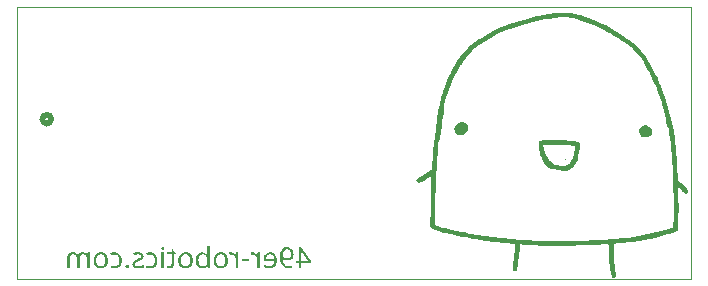
<source format=gbr>
%TF.GenerationSoftware,KiCad,Pcbnew,9.0.7*%
%TF.CreationDate,2026-01-25T21:44:07-05:00*%
%TF.ProjectId,advanced_soldering_practice,61647661-6e63-4656-945f-736f6c646572,rev?*%
%TF.SameCoordinates,Original*%
%TF.FileFunction,Legend,Bot*%
%TF.FilePolarity,Positive*%
%FSLAX46Y46*%
G04 Gerber Fmt 4.6, Leading zero omitted, Abs format (unit mm)*
G04 Created by KiCad (PCBNEW 9.0.7) date 2026-01-25 21:44:07*
%MOMM*%
%LPD*%
G01*
G04 APERTURE LIST*
%ADD10C,0.100000*%
%ADD11C,0.218750*%
%ADD12C,0.508000*%
%ADD13C,0.000000*%
G04 APERTURE END LIST*
D10*
X69000000Y-75000000D02*
X126000000Y-75000000D01*
X126000000Y-98000000D01*
X69000000Y-98000000D01*
X69000000Y-75000000D01*
D11*
G36*
X93848602Y-96521844D02*
G01*
X93848602Y-96705636D01*
X93010635Y-96705636D01*
X93010635Y-97102501D01*
X92802372Y-97102501D01*
X92802372Y-96705636D01*
X92547627Y-96705636D01*
X92547627Y-96512013D01*
X92802372Y-96512013D01*
X92802372Y-95573708D01*
X92998346Y-95573708D01*
X93005720Y-95744037D01*
X93010635Y-95960848D01*
X93010635Y-96512013D01*
X93637881Y-96512013D01*
X93113538Y-95764767D01*
X93057224Y-95674153D01*
X93008177Y-95573708D01*
X92998346Y-95573708D01*
X92802372Y-95573708D01*
X92802372Y-95343433D01*
X93025381Y-95343433D01*
X93848602Y-96521844D01*
G37*
G36*
X91929486Y-95337054D02*
G01*
X92026759Y-95361047D01*
X92112722Y-95399746D01*
X92189619Y-95453695D01*
X92254254Y-95520992D01*
X92307521Y-95603094D01*
X92345273Y-95693785D01*
X92368962Y-95798278D01*
X92377298Y-95919174D01*
X92367591Y-96044831D01*
X92340365Y-96149474D01*
X92297392Y-96236885D01*
X92238919Y-96309948D01*
X92165643Y-96369576D01*
X92082013Y-96412453D01*
X91986028Y-96439026D01*
X91874967Y-96448327D01*
X91770177Y-96440924D01*
X91684370Y-96420371D01*
X91614131Y-96388380D01*
X91522679Y-96320935D01*
X91458548Y-96244979D01*
X91443802Y-96244979D01*
X91454992Y-96384972D01*
X91478103Y-96515753D01*
X91517371Y-96637996D01*
X91573632Y-96741113D01*
X91622333Y-96800701D01*
X91681189Y-96851601D01*
X91751334Y-96894238D01*
X91827715Y-96924189D01*
X91920894Y-96943561D01*
X92034289Y-96950551D01*
X92150552Y-96942234D01*
X92249818Y-96918708D01*
X92249818Y-97102501D01*
X92143283Y-97120880D01*
X92029374Y-97126971D01*
X91866163Y-97116038D01*
X91732746Y-97085752D01*
X91623855Y-97038814D01*
X91525397Y-96972510D01*
X91444274Y-96893974D01*
X91378833Y-96802341D01*
X91327360Y-96700922D01*
X91287302Y-96591023D01*
X91258834Y-96471621D01*
X91234024Y-96287942D01*
X91225708Y-96100403D01*
X91233712Y-95958391D01*
X91443802Y-95958391D01*
X91455409Y-96034444D01*
X91491567Y-96110233D01*
X91547905Y-96176459D01*
X91625137Y-96231515D01*
X91684026Y-96257453D01*
X91751265Y-96273619D01*
X91828484Y-96279280D01*
X91938589Y-96267189D01*
X92020834Y-96234289D01*
X92082054Y-96182575D01*
X92125992Y-96113606D01*
X92153983Y-96026617D01*
X92164120Y-95916717D01*
X92156983Y-95812671D01*
X92137379Y-95729406D01*
X92107255Y-95663037D01*
X92067415Y-95610467D01*
X91997414Y-95555052D01*
X91915675Y-95521651D01*
X91818654Y-95510022D01*
X91737841Y-95518098D01*
X91669298Y-95541139D01*
X91610498Y-95578624D01*
X91537784Y-95655505D01*
X91485476Y-95750128D01*
X91454088Y-95854307D01*
X91443802Y-95958391D01*
X91233712Y-95958391D01*
X91235503Y-95926622D01*
X91262560Y-95784237D01*
X91304141Y-95668062D01*
X91364683Y-95561150D01*
X91435642Y-95477253D01*
X91517319Y-95413210D01*
X91610224Y-95366433D01*
X91710044Y-95338276D01*
X91818654Y-95328687D01*
X91929486Y-95337054D01*
G37*
G36*
X90497634Y-95774435D02*
G01*
X90598549Y-95802400D01*
X90689183Y-95848115D01*
X90769061Y-95910615D01*
X90836647Y-95989121D01*
X90892530Y-96085763D01*
X90931427Y-96191018D01*
X90956054Y-96313328D01*
X90964765Y-96455700D01*
X90955121Y-96599351D01*
X90927969Y-96721084D01*
X90885157Y-96824461D01*
X90824239Y-96917565D01*
X90750305Y-96992486D01*
X90662255Y-97051103D01*
X90564066Y-97092554D01*
X90454914Y-97118115D01*
X90332711Y-97126971D01*
X90202506Y-97121343D01*
X90099871Y-97106134D01*
X90002386Y-97079918D01*
X89901439Y-97041272D01*
X89901439Y-96852564D01*
X90004310Y-96891988D01*
X90101153Y-96919990D01*
X90201627Y-96937107D01*
X90322880Y-96943285D01*
X90419859Y-96935252D01*
X90501239Y-96912600D01*
X90569899Y-96876535D01*
X90627954Y-96826918D01*
X90673559Y-96766126D01*
X90708365Y-96691325D01*
X90731713Y-96599657D01*
X90741863Y-96487543D01*
X89842668Y-96487543D01*
X89842668Y-96357712D01*
X89845393Y-96316039D01*
X90068028Y-96316039D01*
X90736948Y-96316039D01*
X90715983Y-96201752D01*
X90679938Y-96111437D01*
X90630305Y-96040456D01*
X90564835Y-95986124D01*
X90485023Y-95952927D01*
X90386566Y-95941187D01*
X90305574Y-95948541D01*
X90240589Y-95968957D01*
X90188301Y-96001124D01*
X90146460Y-96045372D01*
X90105374Y-96118360D01*
X90078708Y-96207322D01*
X90068028Y-96316039D01*
X89845393Y-96316039D01*
X89850373Y-96239894D01*
X89872394Y-96136498D01*
X89907636Y-96045372D01*
X89957737Y-95962197D01*
X90019509Y-95893682D01*
X90093780Y-95838284D01*
X90177509Y-95798318D01*
X90273437Y-95773470D01*
X90384108Y-95764767D01*
X90497634Y-95774435D01*
G37*
G36*
X88897311Y-95764767D02*
G01*
X88817703Y-95768507D01*
X88743010Y-95779513D01*
X88769938Y-95977945D01*
X88839822Y-95965764D01*
X88912057Y-95960848D01*
X88977472Y-95966938D01*
X89040036Y-95985142D01*
X89100765Y-96015986D01*
X89155065Y-96057106D01*
X89201877Y-96108156D01*
X89241601Y-96170287D01*
X89270214Y-96238231D01*
X89287981Y-96314872D01*
X89294175Y-96401844D01*
X89294175Y-97102501D01*
X89509811Y-97102501D01*
X89509811Y-95789344D01*
X89333391Y-95789344D01*
X89308921Y-96029450D01*
X89299090Y-96029450D01*
X89226388Y-95929176D01*
X89134959Y-95843200D01*
X89064539Y-95799918D01*
X88986063Y-95773771D01*
X88897311Y-95764767D01*
G37*
G36*
X88609654Y-96541398D02*
G01*
X88609654Y-96350339D01*
X88016708Y-96350339D01*
X88016708Y-96541398D01*
X88609654Y-96541398D01*
G37*
G36*
X87098706Y-95764767D02*
G01*
X87019098Y-95768507D01*
X86944406Y-95779513D01*
X86971334Y-95977945D01*
X87041218Y-95965764D01*
X87113452Y-95960848D01*
X87178868Y-95966938D01*
X87241431Y-95985142D01*
X87302161Y-96015986D01*
X87356461Y-96057106D01*
X87403272Y-96108156D01*
X87442997Y-96170287D01*
X87471610Y-96238231D01*
X87489376Y-96314872D01*
X87495570Y-96401844D01*
X87495570Y-97102501D01*
X87711206Y-97102501D01*
X87711206Y-95789344D01*
X87534787Y-95789344D01*
X87510317Y-96029450D01*
X87500486Y-96029450D01*
X87427784Y-95929176D01*
X87336355Y-95843200D01*
X87265935Y-95799918D01*
X87187459Y-95773771D01*
X87098706Y-95764767D01*
G37*
G36*
X86350843Y-95776721D02*
G01*
X86469038Y-95810696D01*
X86570518Y-95865312D01*
X86658031Y-95941187D01*
X86726747Y-96033432D01*
X86777820Y-96145080D01*
X86810461Y-96280075D01*
X86822162Y-96443411D01*
X86812706Y-96587127D01*
X86786013Y-96709754D01*
X86743837Y-96814630D01*
X86684016Y-96910048D01*
X86612800Y-96986932D01*
X86529483Y-97047363D01*
X86435944Y-97091101D01*
X86333280Y-97117788D01*
X86219493Y-97126971D01*
X86080937Y-97114903D01*
X85962573Y-97080555D01*
X85860629Y-97025228D01*
X85772407Y-96948200D01*
X85703022Y-96854696D01*
X85651556Y-96742122D01*
X85618736Y-96606646D01*
X85606993Y-96443411D01*
X85829895Y-96443411D01*
X85841602Y-96596311D01*
X85873672Y-96717118D01*
X85923074Y-96812279D01*
X85974880Y-96870615D01*
X86038829Y-96912485D01*
X86117429Y-96938786D01*
X86214578Y-96948200D01*
X86313077Y-96938721D01*
X86392221Y-96912327D01*
X86456102Y-96870453D01*
X86507364Y-96812279D01*
X86556050Y-96717214D01*
X86587699Y-96596407D01*
X86599260Y-96443411D01*
X86587767Y-96290379D01*
X86556480Y-96171009D01*
X86508646Y-96078390D01*
X86458165Y-96022008D01*
X86394810Y-95981225D01*
X86315826Y-95955403D01*
X86217035Y-95946102D01*
X86118271Y-95955365D01*
X86038815Y-95981141D01*
X85974640Y-96021938D01*
X85923074Y-96078390D01*
X85873809Y-96171205D01*
X85841681Y-96290576D01*
X85829895Y-96443411D01*
X85606993Y-96443411D01*
X85616358Y-96299690D01*
X85642697Y-96177981D01*
X85684143Y-96074757D01*
X85743072Y-95980961D01*
X85813867Y-95904839D01*
X85897322Y-95844482D01*
X85990863Y-95800852D01*
X86095052Y-95774048D01*
X86212120Y-95764767D01*
X86350843Y-95776721D01*
G37*
G36*
X85268045Y-97102501D02*
G01*
X85113745Y-97102501D01*
X85069613Y-96935912D01*
X85052409Y-96935912D01*
X84987187Y-97007490D01*
X84898109Y-97070657D01*
X84830474Y-97100648D01*
X84747463Y-97119988D01*
X84645714Y-97126971D01*
X84527672Y-97115732D01*
X84424866Y-97083376D01*
X84334249Y-97030445D01*
X84253766Y-96955466D01*
X84192308Y-96866666D01*
X84145664Y-96755545D01*
X84115305Y-96617257D01*
X84104274Y-96445869D01*
X84104431Y-96443411D01*
X84327283Y-96443411D01*
X84338608Y-96605254D01*
X84368917Y-96727361D01*
X84414264Y-96818370D01*
X84462866Y-96874750D01*
X84521433Y-96914674D01*
X84591927Y-96939426D01*
X84677558Y-96948200D01*
X84784952Y-96938652D01*
X84866337Y-96912808D01*
X84927619Y-96873132D01*
X84972801Y-96819545D01*
X85014135Y-96729943D01*
X85041970Y-96609064D01*
X85052409Y-96448327D01*
X85052409Y-96438603D01*
X85041500Y-96270984D01*
X85013000Y-96150618D01*
X84971626Y-96066209D01*
X84926469Y-96016305D01*
X84866020Y-95979197D01*
X84786494Y-95955016D01*
X84682473Y-95946102D01*
X84589598Y-95955937D01*
X84514283Y-95983550D01*
X84452623Y-96028060D01*
X84402373Y-96091229D01*
X84363269Y-96177208D01*
X84337060Y-96292079D01*
X84327283Y-96443411D01*
X84104431Y-96443411D01*
X84115250Y-96274343D01*
X84145421Y-96136282D01*
X84191705Y-96025662D01*
X84252590Y-95937554D01*
X84332371Y-95863308D01*
X84422882Y-95810720D01*
X84526274Y-95778463D01*
X84645714Y-95767225D01*
X84747456Y-95774220D01*
X84830467Y-95793595D01*
X84898109Y-95823645D01*
X84986794Y-95887704D01*
X85052409Y-95963199D01*
X85064698Y-95963199D01*
X85056149Y-95849397D01*
X85052409Y-95693708D01*
X85052409Y-95240530D01*
X85268045Y-95240530D01*
X85268045Y-97102501D01*
G37*
G36*
X83363997Y-95776721D02*
G01*
X83482192Y-95810696D01*
X83583672Y-95865312D01*
X83671185Y-95941187D01*
X83739901Y-96033432D01*
X83790974Y-96145080D01*
X83823615Y-96280075D01*
X83835317Y-96443411D01*
X83825860Y-96587127D01*
X83799167Y-96709754D01*
X83756991Y-96814630D01*
X83697170Y-96910048D01*
X83625954Y-96986932D01*
X83542637Y-97047363D01*
X83449099Y-97091101D01*
X83346435Y-97117788D01*
X83232647Y-97126971D01*
X83094091Y-97114903D01*
X82975727Y-97080555D01*
X82873783Y-97025228D01*
X82785561Y-96948200D01*
X82716176Y-96854696D01*
X82664710Y-96742122D01*
X82631890Y-96606646D01*
X82620147Y-96443411D01*
X82843049Y-96443411D01*
X82854756Y-96596311D01*
X82886826Y-96717118D01*
X82936228Y-96812279D01*
X82988034Y-96870615D01*
X83051983Y-96912485D01*
X83130583Y-96938786D01*
X83227732Y-96948200D01*
X83326231Y-96938721D01*
X83405376Y-96912327D01*
X83469256Y-96870453D01*
X83520518Y-96812279D01*
X83569204Y-96717214D01*
X83600853Y-96596407D01*
X83612414Y-96443411D01*
X83600921Y-96290379D01*
X83569635Y-96171009D01*
X83521800Y-96078390D01*
X83471320Y-96022008D01*
X83407964Y-95981225D01*
X83328980Y-95955403D01*
X83230190Y-95946102D01*
X83131425Y-95955365D01*
X83051970Y-95981141D01*
X82987794Y-96021938D01*
X82936228Y-96078390D01*
X82886964Y-96171205D01*
X82854835Y-96290576D01*
X82843049Y-96443411D01*
X82620147Y-96443411D01*
X82629512Y-96299690D01*
X82655851Y-96177981D01*
X82697298Y-96074757D01*
X82756226Y-95980961D01*
X82827022Y-95904839D01*
X82910476Y-95844482D01*
X83004017Y-95800852D01*
X83108206Y-95774048D01*
X83225274Y-95764767D01*
X83363997Y-95776721D01*
G37*
G36*
X81842661Y-96950551D02*
G01*
X81742216Y-96942002D01*
X81658869Y-96923623D01*
X81658869Y-97087754D01*
X81697201Y-97102430D01*
X81756963Y-97115964D01*
X81879420Y-97126971D01*
X81979401Y-97117903D01*
X82069303Y-97091494D01*
X82123001Y-97062363D01*
X82169752Y-97021606D01*
X82210247Y-96967755D01*
X82238386Y-96906483D01*
X82257134Y-96825685D01*
X82264102Y-96720276D01*
X82264102Y-95955933D01*
X82450246Y-95955933D01*
X82450246Y-95853030D01*
X82261645Y-95767225D01*
X82175839Y-95487903D01*
X82048466Y-95487903D01*
X82048466Y-95789344D01*
X81668699Y-95789344D01*
X81668699Y-95955933D01*
X82048466Y-95955933D01*
X82048466Y-96715360D01*
X82041075Y-96793390D01*
X82021240Y-96850968D01*
X81990871Y-96893062D01*
X81949387Y-96924674D01*
X81900687Y-96943850D01*
X81842661Y-96950551D01*
G37*
G36*
X81287009Y-95296844D02*
G01*
X81240978Y-95305065D01*
X81200135Y-95329969D01*
X81172500Y-95370122D01*
X81162094Y-95434047D01*
X81172356Y-95496056D01*
X81200135Y-95536950D01*
X81241065Y-95562771D01*
X81287009Y-95571251D01*
X81337082Y-95562519D01*
X81377730Y-95536950D01*
X81404526Y-95496179D01*
X81414488Y-95434047D01*
X81404384Y-95369992D01*
X81377730Y-95329969D01*
X81337173Y-95305310D01*
X81287009Y-95296844D01*
G37*
G36*
X81181649Y-95789344D02*
G01*
X81181649Y-97102501D01*
X81397284Y-97102501D01*
X81397284Y-95789344D01*
X81181649Y-95789344D01*
G37*
G36*
X80239711Y-97126971D02*
G01*
X80353852Y-97118712D01*
X80456534Y-97094803D01*
X80549594Y-97055911D01*
X80632763Y-97000608D01*
X80703533Y-96927896D01*
X80762772Y-96835467D01*
X80803762Y-96732891D01*
X80830320Y-96607093D01*
X80839922Y-96453242D01*
X80829799Y-96292875D01*
X80801935Y-96163230D01*
X80759139Y-96058836D01*
X80697469Y-95964837D01*
X80624660Y-95891306D01*
X80539870Y-95835827D01*
X80445204Y-95796939D01*
X80340844Y-95773026D01*
X80224965Y-95764767D01*
X80125758Y-95770042D01*
X80031448Y-95785604D01*
X79943134Y-95809826D01*
X79879498Y-95835827D01*
X79945642Y-96014704D01*
X80082953Y-95973137D01*
X80160372Y-95958189D01*
X80229880Y-95953475D01*
X80333276Y-95963772D01*
X80416363Y-95992482D01*
X80483557Y-96038240D01*
X80537592Y-96102300D01*
X80579151Y-96188355D01*
X80606769Y-96302101D01*
X80617020Y-96450784D01*
X80610043Y-96571788D01*
X80590807Y-96670340D01*
X80561298Y-96750223D01*
X80522666Y-96814630D01*
X80470877Y-96868929D01*
X80408484Y-96907853D01*
X80333333Y-96932179D01*
X80242168Y-96940827D01*
X80137845Y-96934977D01*
X80052285Y-96918815D01*
X79972468Y-96893863D01*
X79901618Y-96864852D01*
X79901618Y-97055911D01*
X79970304Y-97085933D01*
X80047370Y-97108591D01*
X80131173Y-97121976D01*
X80239711Y-97126971D01*
G37*
G36*
X78736778Y-96739937D02*
G01*
X78746301Y-96832615D01*
X78773286Y-96909701D01*
X78816995Y-96974486D01*
X78878896Y-97028983D01*
X78951266Y-97069700D01*
X79037362Y-97100328D01*
X79139672Y-97119958D01*
X79261121Y-97126971D01*
X79393518Y-97121022D01*
X79497594Y-97104958D01*
X79592880Y-97077970D01*
X79672732Y-97043730D01*
X79672732Y-96847648D01*
X79589574Y-96883991D01*
X79482848Y-96919990D01*
X79370339Y-96944772D01*
X79256206Y-96953009D01*
X79147149Y-96945796D01*
X79070667Y-96927138D01*
X79018558Y-96900328D01*
X78977286Y-96860699D01*
X78953276Y-96814528D01*
X78945040Y-96759492D01*
X78951845Y-96712834D01*
X78972075Y-96671336D01*
X79006420Y-96634834D01*
X79068780Y-96592903D01*
X79146786Y-96554282D01*
X79268494Y-96504747D01*
X79390679Y-96453935D01*
X79486588Y-96406759D01*
X79568567Y-96351335D01*
X79626249Y-96289111D01*
X79652595Y-96241103D01*
X79669243Y-96183090D01*
X79675189Y-96112691D01*
X79666359Y-96032703D01*
X79641029Y-95964755D01*
X79599329Y-95906186D01*
X79539268Y-95855488D01*
X79444434Y-95807050D01*
X79327332Y-95775982D01*
X79182689Y-95764767D01*
X79065017Y-95770764D01*
X78958611Y-95788062D01*
X78856997Y-95816217D01*
X78763705Y-95853030D01*
X78837223Y-96024535D01*
X79011291Y-95965764D01*
X79102941Y-95947357D01*
X79197435Y-95941187D01*
X79285137Y-95946831D01*
X79350952Y-95961862D01*
X79399607Y-95984143D01*
X79439293Y-96017166D01*
X79461781Y-96055267D01*
X79469384Y-96100403D01*
X79461252Y-96150876D01*
X79437541Y-96192406D01*
X79398570Y-96227242D01*
X79331005Y-96265923D01*
X79131291Y-96350339D01*
X79011578Y-96399303D01*
X78918113Y-96445976D01*
X78838808Y-96501518D01*
X78783367Y-96564800D01*
X78758223Y-96613353D01*
X78742397Y-96671044D01*
X78736778Y-96739937D01*
G37*
G36*
X78450830Y-96970212D02*
G01*
X78445020Y-96911481D01*
X78429773Y-96870634D01*
X78406806Y-96842840D01*
X78358827Y-96815421D01*
X78301445Y-96806081D01*
X78241657Y-96815480D01*
X78192345Y-96842840D01*
X78168641Y-96870750D01*
X78152987Y-96911614D01*
X78147038Y-96970212D01*
X78152867Y-97027158D01*
X78168437Y-97068268D01*
X78192345Y-97097585D01*
X78241839Y-97126840D01*
X78301445Y-97136801D01*
X78358644Y-97126906D01*
X78406806Y-97097585D01*
X78429975Y-97068379D01*
X78445138Y-97027282D01*
X78450830Y-96970212D01*
G37*
G36*
X77235768Y-97126971D02*
G01*
X77349909Y-97118712D01*
X77452591Y-97094803D01*
X77545651Y-97055911D01*
X77628820Y-97000608D01*
X77699590Y-96927896D01*
X77758829Y-96835467D01*
X77799820Y-96732891D01*
X77826377Y-96607093D01*
X77835980Y-96453242D01*
X77825856Y-96292875D01*
X77797992Y-96163230D01*
X77755196Y-96058836D01*
X77693526Y-95964837D01*
X77620717Y-95891306D01*
X77535927Y-95835827D01*
X77441261Y-95796939D01*
X77336901Y-95773026D01*
X77221022Y-95764767D01*
X77121815Y-95770042D01*
X77027505Y-95785604D01*
X76939191Y-95809826D01*
X76875556Y-95835827D01*
X76941700Y-96014704D01*
X77079010Y-95973137D01*
X77156429Y-95958189D01*
X77225937Y-95953475D01*
X77329333Y-95963772D01*
X77412420Y-95992482D01*
X77479614Y-96038240D01*
X77533649Y-96102300D01*
X77575208Y-96188355D01*
X77602826Y-96302101D01*
X77613077Y-96450784D01*
X77606101Y-96571788D01*
X77586865Y-96670340D01*
X77557355Y-96750223D01*
X77518723Y-96814630D01*
X77466935Y-96868929D01*
X77404541Y-96907853D01*
X77329390Y-96932179D01*
X77238226Y-96940827D01*
X77133902Y-96934977D01*
X77048342Y-96918815D01*
X76968525Y-96893863D01*
X76897675Y-96864852D01*
X76897675Y-97055911D01*
X76966361Y-97085933D01*
X77043427Y-97108591D01*
X77127230Y-97121976D01*
X77235768Y-97126971D01*
G37*
G36*
X76190096Y-95776721D02*
G01*
X76308291Y-95810696D01*
X76409771Y-95865312D01*
X76497284Y-95941187D01*
X76566000Y-96033432D01*
X76617073Y-96145080D01*
X76649714Y-96280075D01*
X76661416Y-96443411D01*
X76651959Y-96587127D01*
X76625266Y-96709754D01*
X76583090Y-96814630D01*
X76523270Y-96910048D01*
X76452053Y-96986932D01*
X76368736Y-97047363D01*
X76275198Y-97091101D01*
X76172534Y-97117788D01*
X76058746Y-97126971D01*
X75920190Y-97114903D01*
X75801826Y-97080555D01*
X75699882Y-97025228D01*
X75611660Y-96948200D01*
X75542275Y-96854696D01*
X75490809Y-96742122D01*
X75457989Y-96606646D01*
X75446246Y-96443411D01*
X75669149Y-96443411D01*
X75680855Y-96596311D01*
X75712925Y-96717118D01*
X75762327Y-96812279D01*
X75814133Y-96870615D01*
X75878082Y-96912485D01*
X75956682Y-96938786D01*
X76053831Y-96948200D01*
X76152330Y-96938721D01*
X76231475Y-96912327D01*
X76295355Y-96870453D01*
X76346617Y-96812279D01*
X76395303Y-96717214D01*
X76426952Y-96596407D01*
X76438514Y-96443411D01*
X76427020Y-96290379D01*
X76395734Y-96171009D01*
X76347899Y-96078390D01*
X76297419Y-96022008D01*
X76234063Y-95981225D01*
X76155079Y-95955403D01*
X76056289Y-95946102D01*
X75957524Y-95955365D01*
X75878069Y-95981141D01*
X75813893Y-96021938D01*
X75762327Y-96078390D01*
X75713063Y-96171205D01*
X75680934Y-96290576D01*
X75669149Y-96443411D01*
X75446246Y-96443411D01*
X75455611Y-96299690D01*
X75481950Y-96177981D01*
X75523397Y-96074757D01*
X75582325Y-95980961D01*
X75653121Y-95904839D01*
X75736575Y-95844482D01*
X75830116Y-95800852D01*
X75934305Y-95774048D01*
X76051373Y-95764767D01*
X76190096Y-95776721D01*
G37*
G36*
X73666663Y-95764767D02*
G01*
X73554727Y-95773044D01*
X73464456Y-95795902D01*
X73391762Y-95831347D01*
X73333485Y-95878783D01*
X73288794Y-95938282D01*
X73254393Y-96016329D01*
X73231617Y-96117494D01*
X73223209Y-96247437D01*
X73223209Y-97102501D01*
X73436387Y-97102501D01*
X73436387Y-96257268D01*
X73445467Y-96153093D01*
X73469750Y-96076172D01*
X73506538Y-96020039D01*
X73555724Y-95980296D01*
X73619801Y-95955226D01*
X73703421Y-95946102D01*
X73798744Y-95954150D01*
X73873364Y-95976191D01*
X73931632Y-96010307D01*
X73976653Y-96056378D01*
X74019613Y-96134307D01*
X74048102Y-96238743D01*
X74058718Y-96377267D01*
X74058718Y-97102501D01*
X74271896Y-97102501D01*
X74271896Y-96257268D01*
X74281021Y-96153292D01*
X74305441Y-96076435D01*
X74342485Y-96020266D01*
X74392094Y-95980432D01*
X74456821Y-95955268D01*
X74541388Y-95946102D01*
X74639804Y-95955075D01*
X74715188Y-95979501D01*
X74772704Y-96017277D01*
X74815795Y-96068666D01*
X74855206Y-96153953D01*
X74881724Y-96268832D01*
X74891663Y-96421399D01*
X74891663Y-97102501D01*
X75107298Y-97102501D01*
X75107298Y-95789344D01*
X74933336Y-95789344D01*
X74901493Y-95968115D01*
X74889312Y-95968115D01*
X74843216Y-95904852D01*
X74788363Y-95854195D01*
X74723898Y-95814990D01*
X74616592Y-95777372D01*
X74502172Y-95764767D01*
X74378196Y-95775180D01*
X74280710Y-95803751D01*
X74204212Y-95848038D01*
X74144760Y-95907861D01*
X74100392Y-95985318D01*
X74088104Y-95985318D01*
X74038189Y-95916126D01*
X73978498Y-95861037D01*
X73908051Y-95818730D01*
X73830611Y-95788753D01*
X73750435Y-95770806D01*
X73666663Y-95764767D01*
G37*
D12*
%TO.C,BT1*%
X71865300Y-84500001D02*
G75*
G02*
X71103300Y-84500001I-381000J0D01*
G01*
X71103300Y-84500001D02*
G75*
G02*
X71865300Y-84500001I381000J0D01*
G01*
D13*
%TO.C,G\u002A\u002A\u002A*%
G36*
X115489518Y-87773102D02*
G01*
X115476863Y-87817322D01*
X115424296Y-87899325D01*
X115408236Y-87920749D01*
X115346404Y-87997154D01*
X115313323Y-88028041D01*
X115311882Y-88026858D01*
X115327354Y-87984212D01*
X115373548Y-87899325D01*
X115381911Y-87885507D01*
X115441449Y-87803923D01*
X115484521Y-87770609D01*
X115489518Y-87773102D01*
G37*
G36*
X106720430Y-84771181D02*
G01*
X106906142Y-84806835D01*
X107047203Y-84873139D01*
X107123685Y-84962227D01*
X107132206Y-84986503D01*
X107155363Y-85186059D01*
X107111829Y-85396657D01*
X107010028Y-85593258D01*
X106858384Y-85750823D01*
X106822103Y-85774835D01*
X106688708Y-85823056D01*
X106500475Y-85838506D01*
X106391097Y-85837043D01*
X106286888Y-85820890D01*
X106209637Y-85775853D01*
X106125052Y-85688203D01*
X106084829Y-85639584D01*
X106012258Y-85510367D01*
X105991891Y-85366271D01*
X105995647Y-85294228D01*
X106021690Y-85202791D01*
X106084657Y-85107263D01*
X106198531Y-84981615D01*
X106233154Y-84945877D01*
X106336624Y-84846595D01*
X106418325Y-84793115D01*
X106506581Y-84771354D01*
X106629716Y-84767230D01*
X106720430Y-84771181D01*
G37*
G36*
X122220470Y-85038816D02*
G01*
X122351038Y-85088814D01*
X122494071Y-85159863D01*
X122618227Y-85236057D01*
X122692164Y-85301488D01*
X122701337Y-85323189D01*
X122717603Y-85417594D01*
X122724343Y-85546910D01*
X122722800Y-85624411D01*
X122704300Y-85722481D01*
X122650976Y-85803298D01*
X122545655Y-85900880D01*
X122522152Y-85920758D01*
X122404674Y-86005688D01*
X122296394Y-86044889D01*
X122156686Y-86054392D01*
X122091577Y-86052443D01*
X121955933Y-86036663D01*
X121864515Y-86010215D01*
X121854064Y-86004226D01*
X121754610Y-85899975D01*
X121686067Y-85744250D01*
X121653778Y-85565077D01*
X121663084Y-85390482D01*
X121719327Y-85248491D01*
X121818996Y-85148648D01*
X121980342Y-85059407D01*
X122146732Y-85024663D01*
X122220470Y-85038816D01*
G37*
G36*
X116612888Y-86863383D02*
G01*
X116607912Y-86911794D01*
X116559131Y-87298037D01*
X116499214Y-87645822D01*
X116432162Y-87931502D01*
X116402391Y-88018640D01*
X116280882Y-88251248D01*
X116110513Y-88479889D01*
X115912976Y-88677915D01*
X115709966Y-88818676D01*
X115658894Y-88839473D01*
X115496154Y-88872663D01*
X115296457Y-88884764D01*
X115092238Y-88874827D01*
X114915933Y-88841903D01*
X114815585Y-88817585D01*
X114651689Y-88786582D01*
X114476306Y-88760093D01*
X114231271Y-88710810D01*
X113992124Y-88607464D01*
X113791836Y-88443635D01*
X113610602Y-88206659D01*
X113597454Y-88185979D01*
X113506265Y-88031549D01*
X113434448Y-87891868D01*
X113396570Y-87794953D01*
X113388758Y-87766254D01*
X113342289Y-87634372D01*
X113281659Y-87494616D01*
X113268989Y-87465036D01*
X113226830Y-87321876D01*
X113188221Y-87131730D01*
X113156634Y-86920638D01*
X113135540Y-86714645D01*
X113134860Y-86697973D01*
X113537068Y-86697973D01*
X113567008Y-86944679D01*
X113588747Y-87059765D01*
X113662245Y-87291608D01*
X113769645Y-87540741D01*
X113897207Y-87776822D01*
X114031185Y-87969507D01*
X114071864Y-88015612D01*
X114216207Y-88147554D01*
X114378024Y-88261358D01*
X114532909Y-88341323D01*
X114656457Y-88371749D01*
X114700836Y-88375052D01*
X114830628Y-88398204D01*
X114976667Y-88436107D01*
X115054358Y-88458929D01*
X115160332Y-88487088D01*
X115212646Y-88496675D01*
X115241768Y-88491090D01*
X115363977Y-88451442D01*
X115509929Y-88389872D01*
X115644388Y-88322157D01*
X115732121Y-88264073D01*
X115765150Y-88231679D01*
X115908291Y-88030561D01*
X116027094Y-87757567D01*
X116118107Y-87422218D01*
X116177879Y-87034037D01*
X116203294Y-86790877D01*
X115998246Y-86746902D01*
X115959762Y-86739438D01*
X115852055Y-86724712D01*
X115710662Y-86713214D01*
X115526900Y-86704695D01*
X115292084Y-86698909D01*
X114997529Y-86695607D01*
X114634550Y-86694542D01*
X114194463Y-86695466D01*
X113537068Y-86697973D01*
X113134860Y-86697973D01*
X113128410Y-86539791D01*
X113138714Y-86422120D01*
X113140526Y-86415111D01*
X113155636Y-86377822D01*
X113186892Y-86351295D01*
X113248213Y-86332648D01*
X113353515Y-86319001D01*
X113516716Y-86307470D01*
X113751733Y-86295174D01*
X113923284Y-86288330D01*
X114255018Y-86281981D01*
X114613905Y-86282182D01*
X114981129Y-86288403D01*
X115337873Y-86300115D01*
X115665322Y-86316789D01*
X115944659Y-86337894D01*
X116157068Y-86362900D01*
X116201503Y-86369991D01*
X116400465Y-86411938D01*
X116528495Y-86468428D01*
X116598183Y-86553284D01*
X116622118Y-86680328D01*
X116616544Y-86790877D01*
X116612888Y-86863383D01*
G37*
G36*
X124972860Y-91778561D02*
G01*
X124976040Y-92012903D01*
X124976847Y-92197959D01*
X124975184Y-92321567D01*
X124970952Y-92371568D01*
X124965633Y-92409329D01*
X124959909Y-92521342D01*
X124955215Y-92692491D01*
X124951933Y-92908268D01*
X124950443Y-93154165D01*
X124949073Y-93905228D01*
X124834587Y-93985144D01*
X124797170Y-94006230D01*
X124672780Y-94056873D01*
X124502740Y-94112126D01*
X124312500Y-94163301D01*
X124219357Y-94186177D01*
X124027339Y-94235819D01*
X123863168Y-94281365D01*
X123754729Y-94315221D01*
X123450246Y-94413636D01*
X123037906Y-94525298D01*
X122576130Y-94632190D01*
X122084316Y-94730473D01*
X121581864Y-94816305D01*
X121088170Y-94885847D01*
X120622635Y-94935259D01*
X120419433Y-94952638D01*
X120171800Y-94973807D01*
X119946994Y-94993015D01*
X119776350Y-95007584D01*
X119466382Y-95034028D01*
X119491055Y-95918112D01*
X119502199Y-96234782D01*
X119525172Y-96631663D01*
X119556632Y-96956293D01*
X119597222Y-97216537D01*
X119604318Y-97252798D01*
X119647135Y-97486188D01*
X119670202Y-97652234D01*
X119674152Y-97765074D01*
X119659617Y-97838851D01*
X119627229Y-97887703D01*
X119541915Y-97931003D01*
X119430497Y-97931890D01*
X119344399Y-97885558D01*
X119336590Y-97872735D01*
X119305278Y-97785488D01*
X119268288Y-97644767D01*
X119232058Y-97474144D01*
X119220349Y-97413414D01*
X119188022Y-97255788D01*
X119161253Y-97139120D01*
X119144913Y-97085150D01*
X119143304Y-97079857D01*
X119136113Y-97009511D01*
X119127915Y-96870015D01*
X119119312Y-96674614D01*
X119110906Y-96436556D01*
X119103299Y-96169085D01*
X119101828Y-96112849D01*
X119093313Y-95842210D01*
X119083353Y-95597740D01*
X119072709Y-95394346D01*
X119062141Y-95246934D01*
X119052407Y-95170411D01*
X119046483Y-95148003D01*
X119017832Y-95088650D01*
X118960689Y-95069946D01*
X118847140Y-95079532D01*
X118835411Y-95080945D01*
X118713832Y-95091076D01*
X118519190Y-95102882D01*
X118262481Y-95115973D01*
X117954701Y-95129962D01*
X117606847Y-95144459D01*
X117229914Y-95159076D01*
X116834899Y-95173424D01*
X116432798Y-95187114D01*
X116034606Y-95199757D01*
X115651321Y-95210965D01*
X115293938Y-95220349D01*
X114973453Y-95227521D01*
X114700862Y-95232090D01*
X114487162Y-95233670D01*
X114206572Y-95231962D01*
X113465702Y-95214003D01*
X112694241Y-95177767D01*
X111929807Y-95124856D01*
X111582080Y-95096645D01*
X111553422Y-95327292D01*
X111536421Y-95460893D01*
X111509977Y-95662502D01*
X111483603Y-95858277D01*
X111463145Y-96010988D01*
X111434812Y-96227818D01*
X111403322Y-96472729D01*
X111372476Y-96716386D01*
X111368068Y-96750970D01*
X111338297Y-96960549D01*
X111308017Y-97138462D01*
X111280539Y-97266833D01*
X111259177Y-97327788D01*
X111180480Y-97372643D01*
X111070181Y-97374786D01*
X110977500Y-97329933D01*
X110944406Y-97259129D01*
X110928266Y-97115427D01*
X110936141Y-96922509D01*
X110968291Y-96698240D01*
X110979187Y-96635629D01*
X111004865Y-96462602D01*
X111032140Y-96252644D01*
X111056685Y-96038077D01*
X111067645Y-95935527D01*
X111092176Y-95713577D01*
X111115751Y-95508944D01*
X111134491Y-95355652D01*
X111135606Y-95347011D01*
X111150636Y-95212343D01*
X111146838Y-95139212D01*
X111117729Y-95105294D01*
X111056824Y-95088265D01*
X110994467Y-95077316D01*
X110827403Y-95053922D01*
X110599230Y-95026489D01*
X110325463Y-94996747D01*
X110021618Y-94966427D01*
X109703209Y-94937260D01*
X109404466Y-94908577D01*
X108587815Y-94805957D01*
X107793919Y-94672300D01*
X107610981Y-94636897D01*
X107303014Y-94576348D01*
X106973558Y-94510639D01*
X106637714Y-94442859D01*
X106310584Y-94376095D01*
X106007268Y-94313437D01*
X105742868Y-94257971D01*
X105532483Y-94212786D01*
X105391216Y-94180969D01*
X105253389Y-94148748D01*
X105071463Y-94107300D01*
X104927327Y-94075627D01*
X104683937Y-94013123D01*
X104424903Y-93928611D01*
X104202123Y-93838702D01*
X104088018Y-93773957D01*
X103993682Y-93671012D01*
X103952363Y-93528903D01*
X103953937Y-93376031D01*
X104333727Y-93376031D01*
X104347485Y-93425769D01*
X104411265Y-93474224D01*
X104540642Y-93535950D01*
X104602011Y-93560501D01*
X104775856Y-93618828D01*
X104985467Y-93679099D01*
X105198141Y-93731584D01*
X105317583Y-93758705D01*
X105500573Y-93802117D01*
X105647501Y-93839232D01*
X105734459Y-93864141D01*
X105773949Y-93874777D01*
X105894616Y-93901920D01*
X106077773Y-93940258D01*
X106310347Y-93987128D01*
X106579265Y-94039865D01*
X106871452Y-94095806D01*
X107058017Y-94131154D01*
X107347168Y-94186142D01*
X107609826Y-94236334D01*
X107831532Y-94278954D01*
X107997828Y-94311230D01*
X108094256Y-94330388D01*
X108190137Y-94348447D01*
X108419594Y-94384917D01*
X108712777Y-94425695D01*
X109055723Y-94469247D01*
X109434471Y-94514044D01*
X109835057Y-94558554D01*
X110243518Y-94601247D01*
X110645891Y-94640591D01*
X111028214Y-94675056D01*
X111376524Y-94703109D01*
X111676858Y-94723221D01*
X111754482Y-94727702D01*
X112056837Y-94745344D01*
X112397699Y-94765460D01*
X112740790Y-94785900D01*
X113049831Y-94804518D01*
X113223142Y-94813652D01*
X113639731Y-94827630D01*
X114122381Y-94835144D01*
X114657954Y-94836497D01*
X115233311Y-94831990D01*
X115835313Y-94821925D01*
X116450821Y-94806604D01*
X117066698Y-94786327D01*
X117669804Y-94761397D01*
X118247001Y-94732115D01*
X118785151Y-94698783D01*
X119271114Y-94661703D01*
X119429261Y-94648215D01*
X119742441Y-94621517D01*
X120058138Y-94594617D01*
X120347014Y-94570015D01*
X120579729Y-94550211D01*
X121222555Y-94477569D01*
X121987374Y-94350810D01*
X122762862Y-94182401D01*
X123518750Y-93978232D01*
X123555074Y-93967415D01*
X123715894Y-93920038D01*
X123913960Y-93862209D01*
X124114607Y-93804061D01*
X124204717Y-93777805D01*
X124356951Y-93732101D01*
X124464642Y-93697924D01*
X124508777Y-93681200D01*
X124516694Y-93650241D01*
X124527368Y-93542914D01*
X124537781Y-93371556D01*
X124547532Y-93148626D01*
X124556222Y-92886582D01*
X124563453Y-92597884D01*
X124568824Y-92294990D01*
X124571937Y-91990360D01*
X124572392Y-91696453D01*
X124572010Y-91628840D01*
X124567249Y-91296902D01*
X124557900Y-90903016D01*
X124544641Y-90463597D01*
X124528146Y-89995062D01*
X124509094Y-89513827D01*
X124488160Y-89036308D01*
X124466021Y-88578922D01*
X124443354Y-88158085D01*
X124420834Y-87790214D01*
X124399138Y-87491723D01*
X124395799Y-87451409D01*
X124357110Y-87039803D01*
X124306861Y-86580050D01*
X124248813Y-86104823D01*
X124186728Y-85646791D01*
X124185971Y-85641504D01*
X124164440Y-85485456D01*
X124148761Y-85361441D01*
X124142282Y-85295886D01*
X124133274Y-85261525D01*
X124083428Y-85187869D01*
X124076263Y-85180384D01*
X124044264Y-85134651D01*
X124015442Y-85063964D01*
X123985630Y-84953375D01*
X123950663Y-84787937D01*
X123906373Y-84552703D01*
X123887463Y-84452312D01*
X123823340Y-84140427D01*
X123750252Y-83817345D01*
X123675640Y-83515054D01*
X123606945Y-83265541D01*
X123578846Y-83170506D01*
X123533907Y-83016118D01*
X123501197Y-82900845D01*
X123478567Y-82830632D01*
X123424988Y-82688899D01*
X123360710Y-82536149D01*
X123311722Y-82416970D01*
X123238689Y-82214331D01*
X123178787Y-82021284D01*
X123136361Y-81879206D01*
X123085775Y-81732594D01*
X123044241Y-81635136D01*
X123043110Y-81633020D01*
X123001187Y-81550604D01*
X122932055Y-81410680D01*
X122845055Y-81232285D01*
X122749526Y-81034460D01*
X122653731Y-80838696D01*
X122545566Y-80624719D01*
X122447238Y-80436940D01*
X122372009Y-80301123D01*
X122339122Y-80244656D01*
X122241230Y-80074879D01*
X122127733Y-79876378D01*
X122017060Y-79681330D01*
X122010572Y-79669923D01*
X121858140Y-79431035D01*
X121671593Y-79179205D01*
X121480743Y-78954821D01*
X121385443Y-78851847D01*
X121233367Y-78686403D01*
X121097734Y-78537602D01*
X120999602Y-78428482D01*
X120931177Y-78362181D01*
X120781264Y-78243368D01*
X120589798Y-78110979D01*
X120377474Y-77979934D01*
X120203342Y-77876343D01*
X119996558Y-77747904D01*
X119813088Y-77628501D01*
X119678716Y-77534567D01*
X119654434Y-77516910D01*
X119525767Y-77431559D01*
X119354077Y-77326095D01*
X119153927Y-77208569D01*
X118939883Y-77087032D01*
X118726508Y-76969537D01*
X118528367Y-76864136D01*
X118360024Y-76778881D01*
X118236044Y-76721823D01*
X118170989Y-76701014D01*
X118145412Y-76698044D01*
X118064586Y-76657222D01*
X118042349Y-76641665D01*
X117943293Y-76593417D01*
X117783528Y-76526842D01*
X117577168Y-76446993D01*
X117338327Y-76358924D01*
X117081118Y-76267687D01*
X116819655Y-76178334D01*
X116568053Y-76095918D01*
X116340424Y-76025493D01*
X116150883Y-75972111D01*
X115889695Y-75920768D01*
X115492866Y-75886269D01*
X115037323Y-75887071D01*
X114533979Y-75923064D01*
X113993750Y-75994136D01*
X113852680Y-76017063D01*
X113619005Y-76056880D01*
X113416277Y-76093667D01*
X113262455Y-76124117D01*
X113175501Y-76144918D01*
X113062714Y-76173601D01*
X112969171Y-76186149D01*
X112945587Y-76188843D01*
X112844486Y-76212344D01*
X112695533Y-76254810D01*
X112521711Y-76309887D01*
X112361148Y-76362372D01*
X112043408Y-76462369D01*
X111727124Y-76557499D01*
X111438790Y-76639882D01*
X111204898Y-76701635D01*
X111042440Y-76743499D01*
X110370530Y-76959617D01*
X109746016Y-77235691D01*
X109151067Y-77579341D01*
X109101377Y-77611267D01*
X108895261Y-77739359D01*
X108682441Y-77866207D01*
X108501858Y-77968470D01*
X108479586Y-77980572D01*
X108213073Y-78129361D01*
X108007537Y-78253431D01*
X107847035Y-78362909D01*
X107715622Y-78467923D01*
X107608988Y-78567770D01*
X107458040Y-78722937D01*
X107289597Y-78906498D01*
X107116538Y-79103460D01*
X106951739Y-79298828D01*
X106808078Y-79477607D01*
X106698431Y-79624803D01*
X106635678Y-79725422D01*
X106601936Y-79792203D01*
X106545424Y-79891291D01*
X106508459Y-79939320D01*
X106494284Y-79951552D01*
X106434615Y-80030300D01*
X106354126Y-80158664D01*
X106264310Y-80316009D01*
X106176661Y-80481699D01*
X106102671Y-80635100D01*
X106053833Y-80755575D01*
X106048492Y-80771167D01*
X105988801Y-80923018D01*
X105906483Y-81108810D01*
X105817676Y-81291892D01*
X105805242Y-81316492D01*
X105679227Y-81595019D01*
X105553605Y-81920411D01*
X105433428Y-82274829D01*
X105323747Y-82640433D01*
X105229613Y-82999386D01*
X105156079Y-83333848D01*
X105108196Y-83625980D01*
X105091015Y-83857944D01*
X105090754Y-83878619D01*
X105076513Y-84054244D01*
X105047256Y-84222640D01*
X105038024Y-84264973D01*
X105011808Y-84415520D01*
X104984192Y-84607628D01*
X104959812Y-84810136D01*
X104933797Y-85050745D01*
X104909620Y-85268039D01*
X104890932Y-85423791D01*
X104875889Y-85530918D01*
X104862645Y-85602334D01*
X104849357Y-85650955D01*
X104834178Y-85689696D01*
X104820322Y-85732206D01*
X104795871Y-85854399D01*
X104778317Y-86001195D01*
X104767983Y-86083724D01*
X104735695Y-86216845D01*
X104694433Y-86301533D01*
X104688406Y-86309372D01*
X104666382Y-86360604D01*
X104647189Y-86450433D01*
X104629817Y-86588296D01*
X104613254Y-86783631D01*
X104596492Y-87045873D01*
X104578519Y-87384460D01*
X104575373Y-87446558D01*
X104556228Y-87791920D01*
X104533817Y-88153308D01*
X104509858Y-88505281D01*
X104486066Y-88822400D01*
X104464158Y-89079223D01*
X104446964Y-89302336D01*
X104429198Y-89628762D01*
X104413687Y-90022773D01*
X104400751Y-90474669D01*
X104390709Y-90974752D01*
X104383882Y-91513321D01*
X104382451Y-91658462D01*
X104377892Y-92032376D01*
X104372447Y-92378148D01*
X104366346Y-92686165D01*
X104359819Y-92946818D01*
X104353096Y-93150495D01*
X104346407Y-93287585D01*
X104339981Y-93348476D01*
X104333727Y-93376031D01*
X103953937Y-93376031D01*
X103954434Y-93327768D01*
X103956527Y-93297169D01*
X103962030Y-93166465D01*
X103967912Y-92964943D01*
X103973959Y-92703241D01*
X103979960Y-92391998D01*
X103985702Y-92041851D01*
X103990973Y-91663439D01*
X103995561Y-91267399D01*
X103997699Y-91076613D01*
X104002858Y-90698813D01*
X104008836Y-90349778D01*
X104015396Y-90039016D01*
X104022302Y-89776033D01*
X104029318Y-89570337D01*
X104036206Y-89431435D01*
X104042732Y-89368835D01*
X104048490Y-89347275D01*
X104048547Y-89287105D01*
X104003887Y-89283927D01*
X103909489Y-89339265D01*
X103760336Y-89454646D01*
X103614437Y-89571624D01*
X103421013Y-89714251D01*
X103267198Y-89807224D01*
X103140407Y-89857734D01*
X103028051Y-89872973D01*
X102882384Y-89848318D01*
X102796936Y-89772959D01*
X102781419Y-89650082D01*
X102813798Y-89576759D01*
X102924155Y-89507828D01*
X102937808Y-89503101D01*
X103097201Y-89429509D01*
X103280497Y-89310635D01*
X103503462Y-89136367D01*
X103584003Y-89074002D01*
X103728112Y-88977503D01*
X103850121Y-88912338D01*
X103872161Y-88902760D01*
X103981093Y-88844903D01*
X104049073Y-88792091D01*
X104065072Y-88763280D01*
X104083577Y-88699232D01*
X104100819Y-88596997D01*
X104117533Y-88448647D01*
X104134457Y-88246256D01*
X104152330Y-87981894D01*
X104171888Y-87647636D01*
X104193869Y-87235552D01*
X104207917Y-86989658D01*
X104228740Y-86700948D01*
X104250796Y-86471822D01*
X104273208Y-86311018D01*
X104295098Y-86227275D01*
X104317214Y-86159178D01*
X104346624Y-86018371D01*
X104375966Y-85833037D01*
X104401329Y-85625338D01*
X104417515Y-85472315D01*
X104444419Y-85224755D01*
X104470438Y-84992321D01*
X104491677Y-84810136D01*
X104500994Y-84731685D01*
X104525731Y-84515990D01*
X104552837Y-84272041D01*
X104577928Y-84039038D01*
X104593966Y-83905510D01*
X104623124Y-83718264D01*
X104654303Y-83568910D01*
X104683014Y-83481268D01*
X104697941Y-83446269D01*
X104735119Y-83324495D01*
X104776112Y-83155897D01*
X104814440Y-82965883D01*
X104833385Y-82865035D01*
X104868773Y-82693988D01*
X104900124Y-82562829D01*
X104922328Y-82493923D01*
X104946564Y-82433659D01*
X104990883Y-82308196D01*
X105048177Y-82137568D01*
X105111994Y-81940601D01*
X105158887Y-81801031D01*
X105260507Y-81527528D01*
X105373021Y-81251700D01*
X105479529Y-81016057D01*
X105553738Y-80859999D01*
X105625156Y-80701855D01*
X105673668Y-80584858D01*
X105691554Y-80526818D01*
X105708038Y-80463049D01*
X105762480Y-80341807D01*
X105843116Y-80192033D01*
X105937636Y-80036371D01*
X106033727Y-79897467D01*
X106070698Y-79846781D01*
X106160708Y-79711244D01*
X106225764Y-79597129D01*
X106247446Y-79553968D01*
X106333794Y-79404925D01*
X106446455Y-79243879D01*
X106594573Y-79059235D01*
X106787295Y-78839401D01*
X107033764Y-78572781D01*
X107132724Y-78467492D01*
X107260417Y-78333165D01*
X107370184Y-78223286D01*
X107473602Y-78129520D01*
X107582248Y-78043530D01*
X107707701Y-77956980D01*
X107861537Y-77861534D01*
X108055334Y-77748855D01*
X108300669Y-77610607D01*
X108609121Y-77438453D01*
X108710165Y-77379603D01*
X108877923Y-77276025D01*
X109039205Y-77171019D01*
X109273542Y-77029109D01*
X109573820Y-76873048D01*
X109909352Y-76717767D01*
X110255702Y-76573965D01*
X110588433Y-76452343D01*
X110883108Y-76363601D01*
X110997172Y-76334052D01*
X111494192Y-76199717D01*
X111958163Y-76065372D01*
X112363344Y-75938411D01*
X112411866Y-75922782D01*
X112620027Y-75862649D01*
X112861824Y-75803792D01*
X113150163Y-75743464D01*
X113497951Y-75678917D01*
X113918092Y-75607403D01*
X114000112Y-75594362D01*
X114419601Y-75541237D01*
X114842770Y-75508260D01*
X115252247Y-75495623D01*
X115630664Y-75503521D01*
X115960648Y-75532147D01*
X116224831Y-75581695D01*
X116296981Y-75601753D01*
X116470539Y-75653498D01*
X116681741Y-75719481D01*
X116913500Y-75794043D01*
X117148725Y-75871524D01*
X117370331Y-75946268D01*
X117561227Y-76012614D01*
X117704325Y-76064907D01*
X117782538Y-76097486D01*
X117793040Y-76102740D01*
X117880310Y-76142827D01*
X118016512Y-76202667D01*
X118177027Y-76271405D01*
X118291673Y-76322107D01*
X118524241Y-76433495D01*
X118787747Y-76567692D01*
X119064101Y-76714796D01*
X119335209Y-76864903D01*
X119582981Y-77008113D01*
X119789325Y-77134522D01*
X119936148Y-77234230D01*
X120051801Y-77315489D01*
X120230510Y-77432389D01*
X120436363Y-77560805D01*
X120644087Y-77684658D01*
X120918436Y-77855030D01*
X121138067Y-78015607D01*
X121287399Y-78155720D01*
X121332529Y-78206974D01*
X121459431Y-78347728D01*
X121610553Y-78512264D01*
X121762183Y-78674663D01*
X121834774Y-78753934D01*
X121978369Y-78922920D01*
X122102597Y-79084023D01*
X122186670Y-79210980D01*
X122215515Y-79261431D01*
X122307364Y-79418028D01*
X122418855Y-79604352D01*
X122531985Y-79790203D01*
X122634075Y-79961184D01*
X122824200Y-80302731D01*
X123013618Y-80669472D01*
X123193115Y-81041979D01*
X123353478Y-81400826D01*
X123485492Y-81726586D01*
X123579945Y-81999831D01*
X123622033Y-82126180D01*
X123683896Y-82296267D01*
X123751670Y-82471791D01*
X123816464Y-82642075D01*
X123889905Y-82850868D01*
X123946941Y-83029561D01*
X123982575Y-83149616D01*
X124027014Y-83295064D01*
X124058827Y-83394257D01*
X124083327Y-83486554D01*
X124114499Y-83634020D01*
X124144739Y-83801859D01*
X124175631Y-83963330D01*
X124215625Y-84128818D01*
X124253308Y-84246879D01*
X124258528Y-84259906D01*
X124296900Y-84375830D01*
X124312764Y-84461406D01*
X124331451Y-84545869D01*
X124377064Y-84654034D01*
X124410360Y-84738323D01*
X124452086Y-84888397D01*
X124485594Y-85055333D01*
X124507639Y-85180335D01*
X124552914Y-85400616D01*
X124600021Y-85597584D01*
X124627745Y-85720029D01*
X124656162Y-85903731D01*
X124665271Y-86054392D01*
X124667018Y-86144148D01*
X124677867Y-86314393D01*
X124696396Y-86522185D01*
X124720463Y-86740879D01*
X124737698Y-86898837D01*
X124761537Y-87157030D01*
X124785607Y-87455441D01*
X124807881Y-87768576D01*
X124826328Y-88070946D01*
X124840231Y-88322079D01*
X124856708Y-88615705D01*
X124872358Y-88890741D01*
X124885908Y-89124821D01*
X124896083Y-89295581D01*
X124919850Y-89683561D01*
X125183752Y-89917710D01*
X125400797Y-90112462D01*
X125570242Y-90270775D01*
X125688570Y-90391156D01*
X125763514Y-90482094D01*
X125802809Y-90552077D01*
X125814189Y-90609591D01*
X125800040Y-90712587D01*
X125740336Y-90794314D01*
X125642584Y-90808782D01*
X125516194Y-90755477D01*
X125370581Y-90633883D01*
X125293779Y-90558167D01*
X125167053Y-90443022D01*
X125063344Y-90359636D01*
X124934628Y-90268399D01*
X124962359Y-91304217D01*
X124967405Y-91507095D01*
X124971210Y-91696453D01*
X124972860Y-91778561D01*
G37*
%TD*%
M02*

</source>
